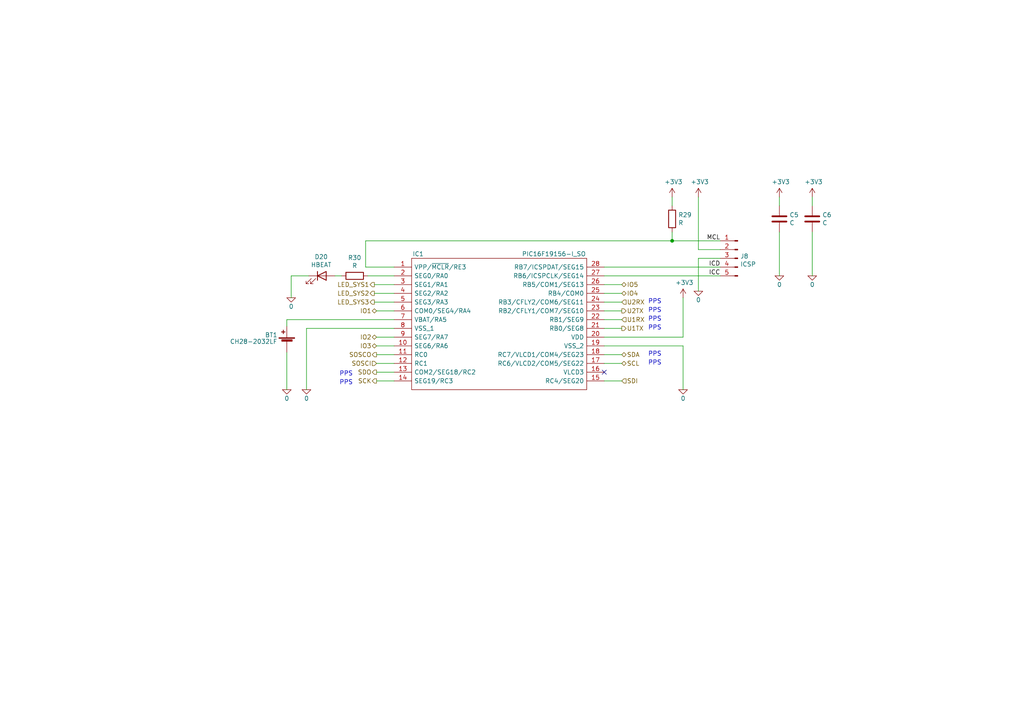
<source format=kicad_sch>
(kicad_sch (version 20211123) (generator eeschema)
  (paper "A4")
  (lib_symbols
    (symbol "Connector:Conn_01x05_Male" (pin_names (offset 1.016) hide)
      (property "Reference" "J" (at 0 7.62 0))
      (property "Value" "Conn_01x05_Male" (at 0 -7.62 0))
      (symbol "Conn_01x05_Male_1_1"
        (polyline (pts (xy 1.27 -5.08) (xy 0.8636 -5.08)) (stroke (width 0.1524)))
        (polyline (pts (xy 1.27 -2.54) (xy 0.8636 -2.54)) (stroke (width 0.1524)))
        (polyline (pts (xy 1.27 0) (xy 0.8636 0)) (stroke (width 0.1524)))
        (polyline (pts (xy 1.27 2.54) (xy 0.8636 2.54)) (stroke (width 0.1524)))
        (polyline (pts (xy 1.27 5.08) (xy 0.8636 5.08)) (stroke (width 0.1524)))
        (rectangle (start 0.8636 -4.953) (end 0 -5.207) (stroke (width 0.1524)) (fill (type outline)))
        (rectangle (start 0.8636 -2.413) (end 0 -2.667) (stroke (width 0.1524)) (fill (type outline)))
        (rectangle (start 0.8636 0.127) (end 0 -0.127) (stroke (width 0.1524)) (fill (type outline)))
        (rectangle (start 0.8636 2.667) (end 0 2.413) (stroke (width 0.1524)) (fill (type outline)))
        (rectangle (start 0.8636 5.207) (end 0 4.953) (stroke (width 0.1524)) (fill (type outline)))
        (pin passive line (at 5.08 5.08 180) (length 3.81) (name "Pin_1") (number "1"))
        (pin passive line (at 5.08 2.54 180) (length 3.81) (name "Pin_2") (number "2"))
        (pin passive line (at 5.08 0 180) (length 3.81) (name "Pin_3") (number "3"))
        (pin passive line (at 5.08 -2.54 180) (length 3.81) (name "Pin_4") (number "4"))
        (pin passive line (at 5.08 -5.08 180) (length 3.81) (name "Pin_5") (number "5"))
      )
    )
    (symbol "Device:Battery_Cell" (pin_numbers hide) (pin_names (offset 0) hide)
      (property "Reference" "BT" (at 2.54 2.54 0))
      (property "Value" "Battery_Cell" (at 2.54 0 0))
      (symbol "Battery_Cell_0_1"
        (rectangle (start -2.286 1.778) (end 2.286 1.524) (fill (type outline)))
        (rectangle (start -1.5748 1.1938) (end 1.4732 0.6858) (fill (type outline)))
        (polyline (pts (xy 0 0.762) (xy 0 0)))
        (polyline (pts (xy 0 1.778) (xy 0 2.54)))
        (polyline (pts (xy 0.508 3.429) (xy 1.524 3.429)) (stroke (width 0.254)))
        (polyline (pts (xy 1.016 3.937) (xy 1.016 2.921)) (stroke (width 0.254)))
      )
      (symbol "Battery_Cell_1_1"
        (pin passive line (at 0 5.08 270) (length 2.54) (name "+") (number "1"))
        (pin passive line (at 0 -2.54 90) (length 2.54) (name "-") (number "2"))
      )
    )
    (symbol "Device:C" (pin_numbers hide) (pin_names (offset 0.254))
      (property "Reference" "C" (at 0.635 2.54 0))
      (property "Value" "C" (at 0.635 -2.54 0))
      (symbol "C_0_1"
        (polyline (pts (xy -2.032 -0.762) (xy 2.032 -0.762)) (stroke (width 0.508)))
        (polyline (pts (xy -2.032 0.762) (xy 2.032 0.762)) (stroke (width 0.508)))
      )
      (symbol "C_1_1"
        (pin passive line (at 0 3.81 270) (length 2.794) (name "~") (number "1"))
        (pin passive line (at 0 -3.81 90) (length 2.794) (name "~") (number "2"))
      )
    )
    (symbol "Device:LED" (pin_numbers hide) (pin_names (offset 1.016) hide)
      (property "Reference" "D" (at 0 2.54 0))
      (property "Value" "LED" (at 0 -2.54 0))
      (symbol "LED_0_1"
        (polyline (pts (xy -1.27 -1.27) (xy -1.27 1.27)) (stroke (width 0.254)))
        (polyline (pts (xy -1.27 0) (xy 1.27 0)))
        (polyline (pts (xy 1.27 -1.27) (xy 1.27 1.27) (xy -1.27 0) (xy 1.27 -1.27)) (stroke (width 0.254)))
        (polyline (pts (xy -3.048 -0.762) (xy -4.572 -2.286) (xy -3.81 -2.286) (xy -4.572 -2.286) (xy -4.572 -1.524)))
        (polyline (pts (xy -1.778 -0.762) (xy -3.302 -2.286) (xy -2.54 -2.286) (xy -3.302 -2.286) (xy -3.302 -1.524)))
      )
      (symbol "LED_1_1"
        (pin passive line (at -3.81 0 0) (length 2.54) (name "K") (number "1"))
        (pin passive line (at 3.81 0 180) (length 2.54) (name "A") (number "2"))
      )
    )
    (symbol "Device:R" (pin_numbers hide) (pin_names (offset 0))
      (property "Reference" "R" (at 2.032 0 90))
      (property "Value" "R" (at 0 0 90))
      (symbol "R_0_1"
        (rectangle (start -1.016 -2.54) (end 1.016 2.54) (stroke (width 0.254)))
      )
      (symbol "R_1_1"
        (pin passive line (at 0 3.81 270) (length 1.27) (name "~") (number "1"))
        (pin passive line (at 0 -3.81 90) (length 1.27) (name "~") (number "2"))
      )
    )
    (symbol "MCU_Microchip_PIC16:PIC16F19156-I_SO" (pin_names (offset 0.762))
      (property "Reference" "IC" (at 5.08 3.81 0))
      (property "Value" "MCU_Microchip_PIC16_PIC16F19156-I_SO" (at 36.83 3.81 0))
      (symbol "PIC16F19156-I_SO_0_0"
        (pin passive line (at 0 0 0) (length 5.08) (name "VPP/~{MCLR}/RE3") (number "1"))
        (pin passive line (at 0 -22.86 0) (length 5.08) (name "SEG6/RA6") (number "10"))
        (pin passive line (at 0 -25.4 0) (length 5.08) (name "RC0") (number "11"))
        (pin passive line (at 0 -27.94 0) (length 5.08) (name "RC1") (number "12"))
        (pin passive line (at 0 -30.48 0) (length 5.08) (name "COM2/SEG18/RC2") (number "13"))
        (pin passive line (at 0 -33.02 0) (length 5.08) (name "SEG19/RC3") (number "14"))
        (pin passive line (at 60.96 -33.02 180) (length 5.08) (name "RC4/SEG20") (number "15"))
        (pin passive line (at 60.96 -30.48 180) (length 5.08) (name "VLCD3") (number "16"))
        (pin passive line (at 60.96 -27.94 180) (length 5.08) (name "RC6/VLCD2/COM5/SEG22") (number "17"))
        (pin passive line (at 60.96 -25.4 180) (length 5.08) (name "RC7/VLCD1/COM4/SEG23") (number "18"))
        (pin passive line (at 60.96 -22.86 180) (length 5.08) (name "VSS_2") (number "19"))
        (pin passive line (at 0 -2.54 0) (length 5.08) (name "SEG0/RA0") (number "2"))
        (pin passive line (at 60.96 -20.32 180) (length 5.08) (name "VDD") (number "20"))
        (pin passive line (at 60.96 -17.78 180) (length 5.08) (name "RB0/SEG8") (number "21"))
        (pin passive line (at 60.96 -15.24 180) (length 5.08) (name "RB1/SEG9") (number "22"))
        (pin passive line (at 60.96 -12.7 180) (length 5.08) (name "RB2/CFLY1/COM7/SEG10") (number "23"))
        (pin passive line (at 60.96 -10.16 180) (length 5.08) (name "RB3/CFLY2/COM6/SEG11") (number "24"))
        (pin passive line (at 60.96 -7.62 180) (length 5.08) (name "RB4/COM0") (number "25"))
        (pin passive line (at 60.96 -5.08 180) (length 5.08) (name "RB5/COM1/SEG13") (number "26"))
        (pin passive line (at 60.96 -2.54 180) (length 5.08) (name "RB6/ICSPCLK/SEG14") (number "27"))
        (pin passive line (at 60.96 0 180) (length 5.08) (name "RB7/ICSPDAT/SEG15") (number "28"))
        (pin passive line (at 0 -5.08 0) (length 5.08) (name "SEG1/RA1") (number "3"))
        (pin passive line (at 0 -7.62 0) (length 5.08) (name "SEG2/RA2") (number "4"))
        (pin passive line (at 0 -10.16 0) (length 5.08) (name "SEG3/RA3") (number "5"))
        (pin passive line (at 0 -12.7 0) (length 5.08) (name "COM0/SEG4/RA4") (number "6"))
        (pin passive line (at 0 -15.24 0) (length 5.08) (name "VBAT/RA5") (number "7"))
        (pin passive line (at 0 -17.78 0) (length 5.08) (name "VSS_1") (number "8"))
        (pin passive line (at 0 -20.32 0) (length 5.08) (name "SEG7/RA7") (number "9"))
      )
      (symbol "PIC16F19156-I_SO_0_1"
        (polyline (pts (xy 5.08 2.54) (xy 55.88 2.54) (xy 55.88 -35.56) (xy 5.08 -35.56) (xy 5.08 2.54)) (stroke (width 0.1524)))
      )
    )
    (symbol "power:+3V3" (power) (pin_names (offset 0))
      (property "Value" "+3V3" (at 0 3.556 0))
      (symbol "+3V3_0_1"
        (polyline (pts (xy -0.762 1.27) (xy 0 2.54)))
        (polyline (pts (xy 0 0) (xy 0 2.54)))
        (polyline (pts (xy 0 2.54) (xy 0.762 1.27)))
      )
      (symbol "+3V3_1_1"
        (pin power_in line (at 0 0 90) (length 0) hide (name "+3V3") (number "1"))
      )
    )
    (symbol "pspice:0" (power) (pin_names (offset 0))
      (property "Value" "0" (at 0 -1.778 0))
      (symbol "0_0_1"
        (polyline (pts (xy -1.27 0) (xy 0 -1.27) (xy 1.27 0) (xy -1.27 0)))
      )
      (symbol "0_1_1"
        (pin power_in line (at 0 0 0) (length 0) hide (name "0") (number "1"))
      )
    )
  )
  (junction (at 194.945 69.85))
  (no_connect (at 175.26 107.95))
  (wire (pts (xy 180.34 110.49) (xy 175.26 110.49)))
  (wire (pts (xy 180.34 92.71) (xy 175.26 92.71)))
  (wire (pts (xy 202.565 57.15) (xy 202.565 72.39)))
  (wire (pts (xy 114.3 105.41) (xy 109.22 105.41)))
  (wire (pts (xy 202.565 74.93) (xy 202.565 84.455)))
  (wire (pts (xy 175.26 100.33) (xy 198.12 100.33)))
  (wire (pts (xy 83.185 92.71) (xy 114.3 92.71)))
  (wire (pts (xy 114.3 95.25) (xy 88.9 95.25)))
  (wire (pts (xy 175.26 95.25) (xy 180.34 95.25)))
  (wire (pts (xy 108.585 87.63) (xy 114.3 87.63)))
  (wire (pts (xy 99.06 80.01) (xy 97.155 80.01)))
  (wire (pts (xy 194.945 67.31) (xy 194.945 69.85)))
  (wire (pts (xy 202.565 72.39) (xy 208.915 72.39)))
  (wire (pts (xy 106.045 69.85) (xy 106.045 77.47)))
  (wire (pts (xy 180.34 90.17) (xy 175.26 90.17)))
  (wire (pts (xy 226.06 57.15) (xy 226.06 59.69)))
  (wire (pts (xy 114.3 97.79) (xy 109.22 97.79)))
  (wire (pts (xy 194.945 57.15) (xy 194.945 59.69)))
  (wire (pts (xy 84.455 80.01) (xy 84.455 86.36)))
  (wire (pts (xy 180.34 87.63) (xy 175.26 87.63)))
  (wire (pts (xy 198.12 86.36) (xy 198.12 97.79)))
  (wire (pts (xy 180.34 102.87) (xy 175.26 102.87)))
  (wire (pts (xy 114.3 110.49) (xy 109.22 110.49)))
  (wire (pts (xy 175.26 85.09) (xy 180.34 85.09)))
  (wire (pts (xy 114.3 100.33) (xy 109.22 100.33)))
  (wire (pts (xy 235.585 57.15) (xy 235.585 59.69)))
  (wire (pts (xy 235.585 67.31) (xy 235.585 80.01)))
  (wire (pts (xy 202.565 74.93) (xy 208.915 74.93)))
  (wire (pts (xy 114.3 90.17) (xy 109.22 90.17)))
  (wire (pts (xy 88.9 95.25) (xy 88.9 113.03)))
  (wire (pts (xy 83.185 94.615) (xy 83.185 92.71)))
  (wire (pts (xy 106.68 80.01) (xy 114.3 80.01)))
  (wire (pts (xy 175.26 105.41) (xy 180.34 105.41)))
  (wire (pts (xy 114.3 82.55) (xy 108.585 82.55)))
  (wire (pts (xy 83.185 102.235) (xy 83.185 113.03)))
  (wire (pts (xy 108.585 85.09) (xy 114.3 85.09)))
  (wire (pts (xy 175.26 77.47) (xy 208.915 77.47)))
  (wire (pts (xy 114.3 77.47) (xy 106.045 77.47)))
  (wire (pts (xy 114.3 102.87) (xy 109.22 102.87)))
  (wire (pts (xy 175.26 80.01) (xy 208.915 80.01)))
  (wire (pts (xy 114.3 107.95) (xy 109.22 107.95)))
  (wire (pts (xy 226.06 67.31) (xy 226.06 80.01)))
  (wire (pts (xy 198.12 100.33) (xy 198.12 113.03)))
  (wire (pts (xy 89.535 80.01) (xy 84.455 80.01)))
  (wire (pts (xy 175.26 82.55) (xy 180.34 82.55)))
  (wire (pts (xy 208.915 69.85) (xy 194.945 69.85)))
  (wire (pts (xy 194.945 69.85) (xy 106.045 69.85)))
  (wire (pts (xy 175.26 97.79) (xy 198.12 97.79)))
  (text "PPS" (at 187.96 106.045 0) (effects (font (size 1.27 1.27)) (justify left bottom)))
  (text "PPS" (at 98.425 109.22 0) (effects (font (size 1.27 1.27)) (justify left bottom)))
  (text "PPS" (at 187.96 90.805 0) (effects (font (size 1.27 1.27)) (justify left bottom)))
  (text "PPS" (at 98.425 111.76 0) (effects (font (size 1.27 1.27)) (justify left bottom)))
  (text "PPS" (at 187.96 88.265 0) (effects (font (size 1.27 1.27)) (justify left bottom)))
  (text "PPS" (at 187.96 93.345 0) (effects (font (size 1.27 1.27)) (justify left bottom)))
  (text "PPS" (at 187.96 95.885 0) (effects (font (size 1.27 1.27)) (justify left bottom)))
  (text "PPS" (at 187.96 103.505 0) (effects (font (size 1.27 1.27)) (justify left bottom)))
  (label "MCL" (at 208.915 69.85 180))
  (label "ICD" (at 208.915 77.47 180))
  (label "ICC" (at 208.915 80.01 180))
  (hierarchical_label "LED_SYS1" (shape output) (at 108.585 82.55 180))
  (hierarchical_label "SDI" (shape input) (at 180.34 110.49 0))
  (hierarchical_label "U2TX" (shape output) (at 180.34 90.17 0))
  (hierarchical_label "IO2" (shape bidirectional) (at 109.22 97.79 180))
  (hierarchical_label "SDO" (shape output) (at 109.22 107.95 180))
  (hierarchical_label "LED_SYS3" (shape output) (at 108.585 87.63 180))
  (hierarchical_label "U1RX" (shape input) (at 180.34 92.71 0))
  (hierarchical_label "U2RX" (shape input) (at 180.34 87.63 0))
  (hierarchical_label "SCL" (shape bidirectional) (at 180.34 105.41 0))
  (hierarchical_label "U1TX" (shape output) (at 180.34 95.25 0))
  (hierarchical_label "SDA" (shape bidirectional) (at 180.34 102.87 0))
  (hierarchical_label "SOSCO" (shape output) (at 109.22 102.87 180))
  (hierarchical_label "SCK" (shape output) (at 109.22 110.49 180))
  (hierarchical_label "LED_SYS2" (shape output) (at 108.585 85.09 180))
  (hierarchical_label "IO3" (shape bidirectional) (at 109.22 100.33 180))
  (hierarchical_label "SOSCI" (shape input) (at 109.22 105.41 180))
  (hierarchical_label "IO5" (shape bidirectional) (at 180.34 82.55 0))
  (hierarchical_label "IO1" (shape bidirectional) (at 109.22 90.17 180))
  (hierarchical_label "IO4" (shape bidirectional) (at 180.34 85.09 0))
  (symbol (lib_id "MCU_Microchip_PIC16:PIC16F19156-I_SO") (at 114.3 77.47 0) (unit 1)
    (property "Reference" "IC1" (at 121.285 73.66 0))
    (property "Value" "PIC16F19156-I_SO" (at 160.655 73.66 0))
    (property "Footprint" "Package_SO:SOIC-28W_7.5x17.9mm_P1.27mm" (effects hide))
    (property "Datasheet" "http://ww1.microchip.com/downloads/en/DeviceDoc/40001923A.pdf" (effects hide))
  )
  (symbol (lib_id "Connector:Conn_01x05_Male") (at 213.995 74.93 0) (mirror y) (unit 1)
    (property "Reference" "J8" (at 214.7062 74.3204 0) (effects (justify right)))
    (property "Value" "ICSP" (at 214.7062 76.6318 0) (effects (justify right)))
    (property "Footprint" "Connector_Molex:Molex_KK-254_AE-6410-05A_1x05_P2.54mm_Vertical" (effects hide))
  )
  (symbol (lib_id "Device:R") (at 194.945 63.5 0) (unit 1)
    (property "Reference" "R29" (at 196.723 62.3316 0) (effects (justify left)))
    (property "Value" "R" (at 196.723 64.643 0) (effects (justify left)))
    (property "Footprint" "Resistor_SMD:R_0805_2012Metric_Pad1.20x1.40mm_HandSolder" (effects hide))
  )
  (symbol (lib_id "power:+3V3") (at 194.945 57.15 0) (unit 1)
    (property "Reference" "#PWR09" (effects hide))
    (property "Value" "+3V3" (at 195.326 52.7558 0))
  )
  (symbol (lib_id "power:+3V3") (at 202.565 57.15 0) (unit 1)
    (property "Reference" "#PWR010" (effects hide))
    (property "Value" "+3V3" (at 202.946 52.7558 0))
  )
  (symbol (lib_id "pspice:0") (at 202.565 84.455 0) (unit 1)
    (property "Reference" "#GND022" (effects hide))
    (property "Value" "0" (at 202.565 86.995 0))
  )
  (symbol (lib_id "Device:Battery_Cell") (at 83.185 99.695 0) (mirror y) (unit 1)
    (property "Reference" "BT1" (at 76.835 97.155 0) (effects (justify right)))
    (property "Value" "CH28-2032LF" (at 66.675 99.06 0) (effects (justify right)))
    (property "Footprint" "Battery:BatteryHolder_Keystone_1060_1x2032" (effects hide))
  )
  (symbol (lib_id "pspice:0") (at 83.185 113.03 0) (unit 1)
    (property "Reference" "#GND024" (effects hide))
    (property "Value" "0" (at 83.185 115.57 0))
  )
  (symbol (lib_id "pspice:0") (at 88.9 113.03 0) (unit 1)
    (property "Reference" "#GND025" (effects hide))
    (property "Value" "0" (at 88.9 115.57 0))
  )
  (symbol (lib_id "power:+3V3") (at 198.12 86.36 0) (unit 1)
    (property "Reference" "#PWR013" (effects hide))
    (property "Value" "+3V3" (at 198.501 81.9658 0))
  )
  (symbol (lib_id "pspice:0") (at 198.12 113.03 0) (unit 1)
    (property "Reference" "#GND026" (effects hide))
    (property "Value" "0" (at 198.12 115.57 0))
  )
  (symbol (lib_id "power:+3V3") (at 226.06 57.15 0) (unit 1)
    (property "Reference" "#PWR011" (effects hide))
    (property "Value" "+3V3" (at 226.441 52.7558 0))
  )
  (symbol (lib_id "power:+3V3") (at 235.585 57.15 0) (unit 1)
    (property "Reference" "#PWR012" (effects hide))
    (property "Value" "+3V3" (at 235.966 52.7558 0))
  )
  (symbol (lib_id "Device:C") (at 226.06 63.5 0) (unit 1)
    (property "Reference" "C5" (at 228.981 62.3316 0) (effects (justify left)))
    (property "Value" "C" (at 228.981 64.643 0) (effects (justify left)))
    (property "Footprint" "Capacitor_SMD:C_0805_2012Metric_Pad1.18x1.45mm_HandSolder" (effects hide))
  )
  (symbol (lib_id "Device:C") (at 235.585 63.5 0) (unit 1)
    (property "Reference" "C6" (at 238.506 62.3316 0) (effects (justify left)))
    (property "Value" "C" (at 238.506 64.643 0) (effects (justify left)))
    (property "Footprint" "Capacitor_SMD:C_0805_2012Metric_Pad1.18x1.45mm_HandSolder" (effects hide))
  )
  (symbol (lib_id "pspice:0") (at 226.06 80.01 0) (unit 1)
    (property "Reference" "#GND020" (effects hide))
    (property "Value" "0" (at 226.06 82.55 0))
  )
  (symbol (lib_id "pspice:0") (at 235.585 80.01 0) (unit 1)
    (property "Reference" "#GND021" (effects hide))
    (property "Value" "0" (at 235.585 82.55 0))
  )
  (symbol (lib_id "Device:LED") (at 93.345 80.01 0) (unit 1)
    (property "Reference" "D20" (at 93.1672 74.4982 0))
    (property "Value" "HBEAT" (at 93.1672 76.8096 0))
    (property "Footprint" "LED_SMD:LED_0603_1608Metric_Castellated" (effects hide))
  )
  (symbol (lib_id "Device:R") (at 102.87 80.01 270) (unit 1)
    (property "Reference" "R30" (at 102.87 74.7522 90))
    (property "Value" "R" (at 102.87 77.0636 90))
    (property "Footprint" "Resistor_SMD:R_0805_2012Metric_Pad1.20x1.40mm_HandSolder" (effects hide))
  )
  (symbol (lib_id "pspice:0") (at 84.455 86.36 0) (unit 1)
    (property "Reference" "#GND023" (effects hide))
    (property "Value" "0" (at 84.455 88.9 0))
  )
)
</source>
